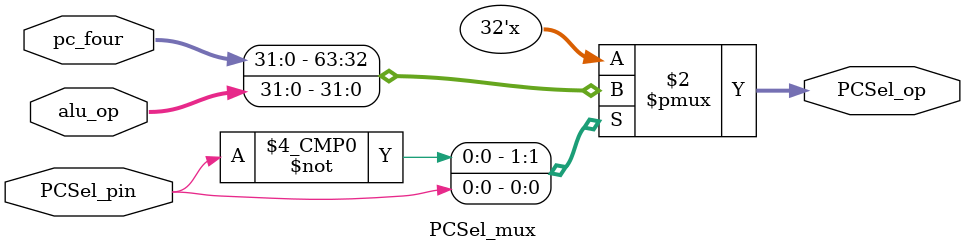
<source format=sv>
`timescale 1ns / 1ps


module PCSel_mux #(parameter width = 32)(
    input logic [width-1:0] pc_four,
    input logic [width-1:0] alu_op,
    input logic PCSel_pin,
    output logic [width-1:0] PCSel_op
    
    );
    
    always_comb
        case(PCSel_pin)
            
            1'b0: PCSel_op <= pc_four;
            
            1'b1: PCSel_op <= alu_op;
            
        endcase
        
endmodule

</source>
